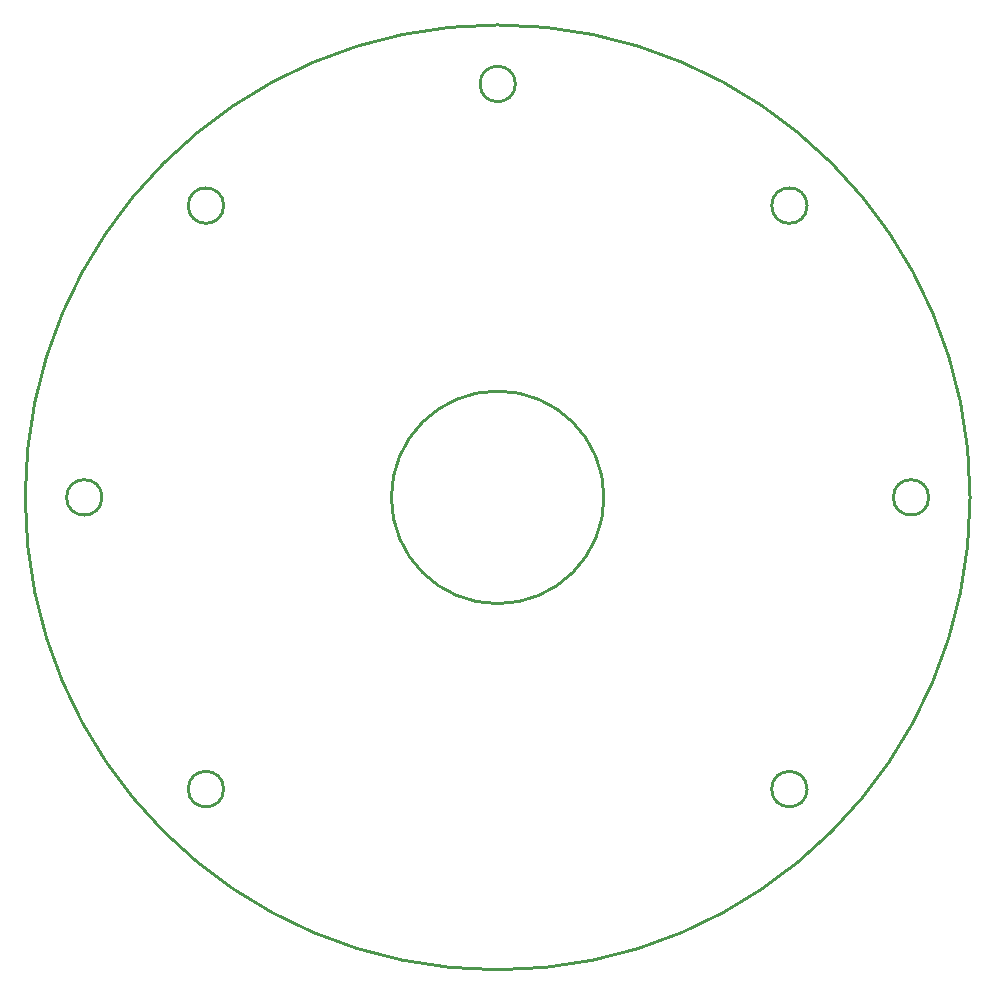
<source format=gbr>
%TF.GenerationSoftware,Altium Limited,Altium Designer,21.6.4 (81)*%
G04 Layer_Color=16711935*
%FSLAX43Y43*%
%MOMM*%
%TF.SameCoordinates,7E1728C7-8053-4159-852C-9F5DCDCDAABE*%
%TF.FilePolarity,Positive*%
%TF.FileFunction,Keep-out,Top*%
%TF.Part,Single*%
G01*
G75*
%TA.AperFunction,NonConductor*%
%ADD21C,0.254*%
D21*
X-23200Y-24700D02*
G03*
X-23200Y-24700I-1500J0D01*
G01*
X26200D02*
G03*
X26200Y-24700I-1500J0D01*
G01*
X-23200Y24700D02*
G03*
X-23200Y24700I-1500J0D01*
G01*
X26200D02*
G03*
X26200Y24700I-1500J0D01*
G01*
X1500Y35000D02*
G03*
X1500Y35000I-1500J0D01*
G01*
X-33500Y0D02*
G03*
X-33500Y0I-1500J0D01*
G01*
X36500D02*
G03*
X36500Y0I-1500J0D01*
G01*
X9000Y-0D02*
G03*
X9000Y-0I-9000J0D01*
G01*
X40000Y0D02*
G03*
X40000Y0I-40000J0D01*
G01*
%TF.MD5,dd101d4d7aa9204a64792cf009307f3b*%
M02*

</source>
